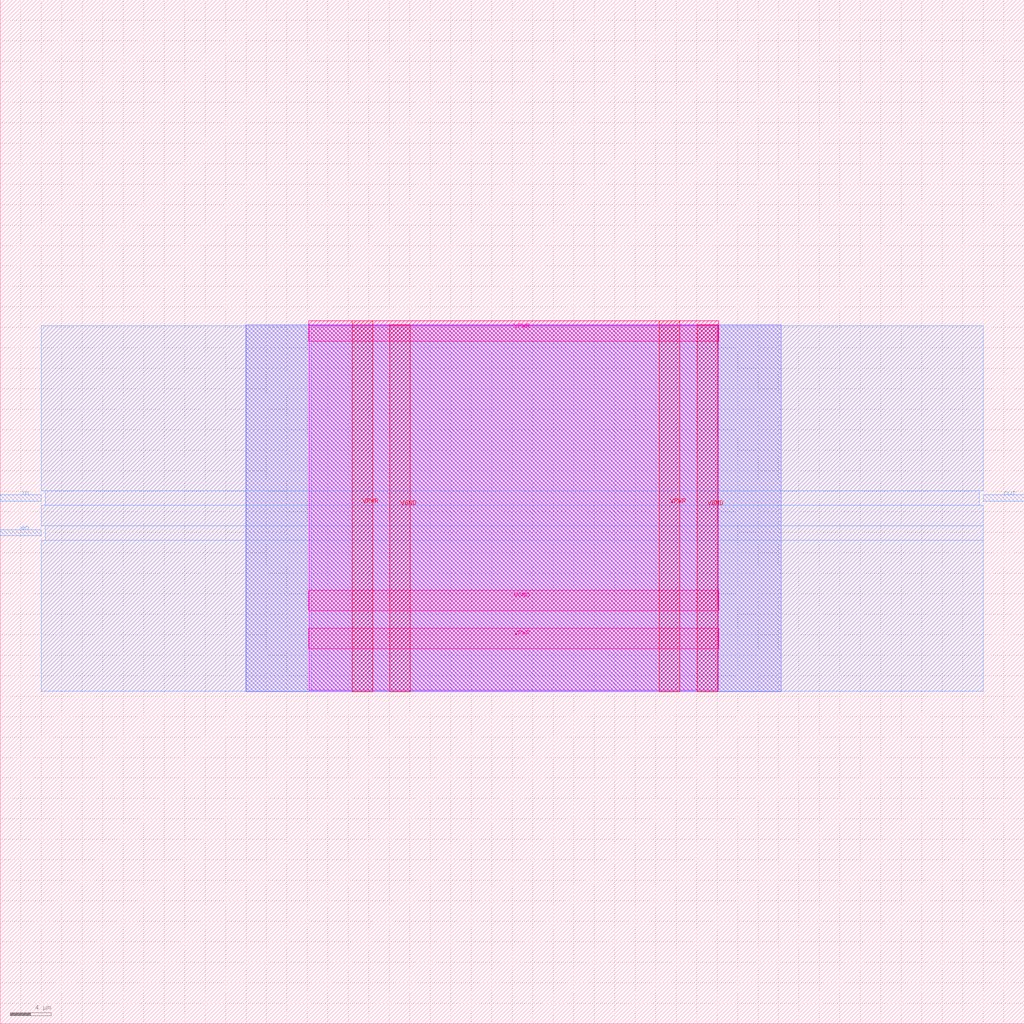
<source format=lef>
VERSION 5.7 ;
  NOWIREEXTENSIONATPIN ON ;
  DIVIDERCHAR "/" ;
  BUSBITCHARS "[]" ;
MACRO tristate_test
  CLASS BLOCK ;
  FOREIGN tristate_test ;
  ORIGIN 0.000 0.000 ;
  SIZE 100.000 BY 100.000 ;
  PIN VGND
    DIRECTION INOUT ;
    USE GROUND ;
    PORT
      LAYER met4 ;
        RECT 38.060 32.400 40.060 68.240 ;
    END
    PORT
      LAYER met4 ;
        RECT 68.060 32.400 70.060 68.240 ;
    END
    PORT
      LAYER met5 ;
        RECT 30.120 40.340 70.160 42.340 ;
    END
  END VGND
  PIN VPWR
    DIRECTION INOUT ;
    USE POWER ;
    PORT
      LAYER met4 ;
        RECT 34.360 32.400 36.360 68.640 ;
    END
    PORT
      LAYER met4 ;
        RECT 64.360 32.400 66.360 68.640 ;
    END
    PORT
      LAYER met5 ;
        RECT 30.120 36.640 70.160 38.640 ;
    END
    PORT
      LAYER met5 ;
        RECT 30.120 66.640 70.160 68.640 ;
    END
  END VPWR
  PIN en
    DIRECTION INPUT ;
    USE SIGNAL ;
    ANTENNAGATEAREA 0.196500 ;
    PORT
      LAYER met3 ;
        RECT 0.000 47.640 4.000 48.240 ;
    END
  END en
  PIN in
    DIRECTION INPUT ;
    USE SIGNAL ;
    ANTENNAGATEAREA 0.196500 ;
    PORT
      LAYER met3 ;
        RECT 0.000 51.040 4.000 51.640 ;
    END
  END in
  PIN out
    DIRECTION OUTPUT ;
    USE SIGNAL ;
    ANTENNADIFFAREA 1.782000 ;
    PORT
      LAYER met3 ;
        RECT 96.000 51.040 100.000 51.640 ;
    END
  END out
  OBS
      LAYER nwell ;
        RECT 30.170 32.555 70.110 68.190 ;
      LAYER li1 ;
        RECT 30.360 32.555 69.920 68.085 ;
      LAYER met1 ;
        RECT 23.990 32.400 76.290 68.240 ;
      LAYER met2 ;
        RECT 24.010 32.455 76.270 68.185 ;
      LAYER met3 ;
        RECT 4.000 52.040 96.000 68.165 ;
        RECT 4.400 50.640 95.600 52.040 ;
        RECT 4.000 48.640 96.000 50.640 ;
        RECT 4.400 47.240 96.000 48.640 ;
        RECT 4.000 32.475 96.000 47.240 ;
  END
END tristate_test
END LIBRARY


</source>
